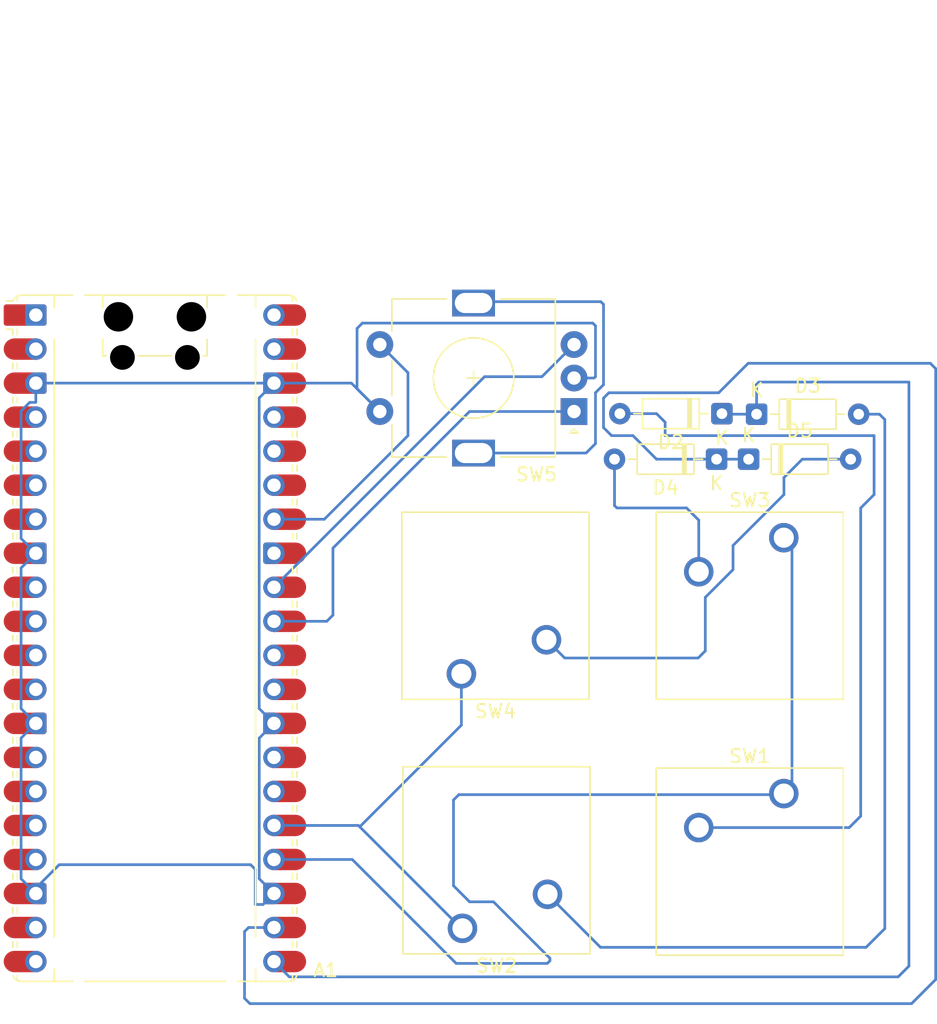
<source format=kicad_pcb>
(kicad_pcb (version 20241229) (generator "pcbnew") (generator_version "9.0")
  (title_block (title "enmerdeur") (comment 1 "chiant"))
  (layers (0 "F.Cu" signal) (2 "B.Cu" signal) (13 "F.Paste" user) (15 "B.Paste" user) (5 "F.SilkS" user "F.Silkscreen") (7 "B.SilkS" user "B.Silkscreen") (1 "F.Mask" user) (3 "B.Mask" user) (25 "Edge.Cuts" user))
  (net 0 "")
  (net 1 "Net-(A1-GPIO18)")
  (net 4 "Net-(A1-GPIO19)")
  (net 9 "Net-(A1-GND-Pad13)")
  (net 10 "Net-(A1-GPIO26_ADC0)")
  (net 11 "Net-(A1-GPIO17)")
  (net 17 "Net-(A1-GPIO16)")
  (net 33 "Net-(D2-A)")
  (net 34 "Net-(D3-A)")
  (net 35 "Net-(D4-A)")
  (net 36 "unconnected-(SW5-PadMP)")
  (net 37 "Net-(D5-A)")
  (net 38 "Net-(A1-GPIO27_ADC1)")
  (net 39 "Net-(A1-GPIO28_ADC2)")
  (footprint "Diode_THT:D_DO-35_SOD27_P7.62mm_Horizontal" (layer "F.Cu") (at 77.03 85)
    (property "Reference" "D3" (at 3.81 -2.12 0) (layer "F.SilkS"))
    (property "Value" "1N4148")
    (fp_line (start 1.04 0) (end 1.69 0) (stroke (width 0.12)) (layer "F.SilkS"))
    (fp_line (start 2.29 -1.12) (end 2.29 1.12) (stroke (width 0.12)) (layer "F.SilkS"))
    (fp_line (start 2.41 -1.12) (end 2.41 1.12) (stroke (width 0.12)) (layer "F.SilkS"))
    (fp_line (start 2.53 -1.12) (end 2.53 1.12) (stroke (width 0.12)) (layer "F.SilkS"))
    (fp_line (start 6.58 0) (end 5.93 0) (stroke (width 0.12)) (layer "F.SilkS"))
    (fp_rect (start 1.69 -1.12) (end 5.93 1.12) (stroke (width 0.12)) (fill no) (layer "F.SilkS"))
    (fp_text user "K" (at 0 -1.8 0) (layer "F.SilkS"))
    (pad "1" thru_hole roundrect (at 0 0) (size 1.6 1.6) (drill 0.8) (layers "*.Cu" "*.Mask") (roundrect_rratio 0.15625) (net 17 "Net-(A1-GPIO16)"))
    (pad "2" thru_hole circle (at 7.62 0) (size 1.6 1.6) (drill 0.8) (layers "*.Cu" "*.Mask") (net 34 "Net-(D3-A)"))
  )
  (footprint "Button_Switch_Keyboard:SW_Cherry_MX_1.00u_PCB" (layer "F.Cu") (at 55.07 123.38 180)
    (property "Reference" "SW2" (at -2.54 -2.794 0) (layer "F.SilkS"))
    (property "Value" "SW_Push_45deg")
    (fp_line (start 4.445 12.065) (end -9.525 12.065) (stroke (width 0.12)) (layer "F.SilkS"))
    (fp_line (start 4.445 -1.905) (end 4.445 12.065) (stroke (width 0.12)) (layer "F.SilkS"))
    (fp_line (start -9.525 12.065) (end -9.525 -1.905) (stroke (width 0.12)) (layer "F.SilkS"))
    (fp_line (start -9.525 -1.905) (end 4.445 -1.905) (stroke (width 0.12)) (layer "F.SilkS"))
    (pad "" np_thru_hole circle (at -7.62 5.08 180) (size 1.7 1.7) (drill 1.7) (layers "*.Cu" "*.Mask"))
    (pad "" np_thru_hole circle (at -2.54 5.08 180) (size 4 4) (drill 4) (layers "*.Cu" "*.Mask"))
    (pad "" np_thru_hole circle (at 2.54 5.08 180) (size 1.7 1.7) (drill 1.7) (layers "*.Cu" "*.Mask"))
    (pad "1" thru_hole circle (at 0 0 180) (size 2.2 2.2) (drill 1.5) (layers "*.Cu" "*.Mask") (net 4 "Net-(A1-GPIO19)"))
    (pad "2" thru_hole circle (at -6.35 2.54 180) (size 2.2 2.2) (drill 1.5) (layers "*.Cu" "*.Mask") (net 34 "Net-(D3-A)"))
  )
  (footprint "Module:RaspberryPi_Pico_Common_Unspecified" (layer "F.Cu") (at 32.11 101.73)
    (property "Reference" "A1" (at 11.7475 24.765 0) (layer "F.SilkS") (effects (justify left)))
    (property "Value" "RaspberryPi_Pico")
    (fp_line (start -10.61 -23.07) (end -11.09 -23.07) (stroke (width 0.12)) (layer "F.SilkS"))
    (fp_line (start -10.61 -23.07) (end -10.61 -22.65) (stroke (width 0.12)) (layer "F.SilkS"))
    (fp_line (start -10.61 -20.53) (end -10.61 -20.11) (stroke (width 0.12)) (layer "F.SilkS"))
    (fp_line (start -10.61 -17.99) (end -10.61 -17.57) (stroke (width 0.12)) (layer "F.SilkS"))
    (fp_line (start -10.61 -15.45) (end -10.61 -15.03) (stroke (width 0.12)) (layer "F.SilkS"))
    (fp_line (start -10.61 -12.91) (end -10.61 -12.49) (stroke (width 0.12)) (layer "F.SilkS"))
    (fp_line (start -10.61 -10.37) (end -10.61 -9.95) (stroke (width 0.12)) (layer "F.SilkS"))
    (fp_line (start -10.61 -7.83) (end -10.61 -7.41) (stroke (width 0.12)) (layer "F.SilkS"))
    (fp_line (start -10.61 -5.29) (end -10.61 -4.87) (stroke (width 0.12)) (layer "F.SilkS"))
    (fp_line (start -10.61 -2.75) (end -10.61 -2.33) (stroke (width 0.12)) (layer "F.SilkS"))
    (fp_line (start -10.61 -0.21) (end -10.61 0.21) (stroke (width 0.12)) (layer "F.SilkS"))
    (fp_line (start -10.61 2.33) (end -10.61 2.75) (stroke (width 0.12)) (layer "F.SilkS"))
    (fp_line (start -10.61 4.87) (end -10.61 5.29) (stroke (width 0.12)) (layer "F.SilkS"))
    (fp_line (start -10.61 7.41) (end -10.61 7.83) (stroke (width 0.12)) (layer "F.SilkS"))
    (fp_line (start -10.61 9.95) (end -10.61 10.37) (stroke (width 0.12)) (layer "F.SilkS"))
    (fp_line (start -10.61 12.49) (end -10.61 12.91) (stroke (width 0.12)) (layer "F.SilkS"))
    (fp_line (start -10.61 15.03) (end -10.61 15.45) (stroke (width 0.12)) (layer "F.SilkS"))
    (fp_line (start -10.61 17.57) (end -10.61 17.99) (stroke (width 0.12)) (layer "F.SilkS"))
    (fp_line (start -10.61 20.11) (end -10.61 20.53) (stroke (width 0.12)) (layer "F.SilkS"))
    (fp_line (start -10.61 22.65) (end -10.61 23.07) (stroke (width 0.12)) (layer "F.SilkS"))
    (fp_line (start -10.579676 -25.19) (end -11.09 -25.19) (stroke (width 0.12)) (layer "F.SilkS"))
    (fp_line (start -10.27 -25.189937) (end -10.27 -25.547) (stroke (width 0.12)) (layer "F.SilkS"))
    (fp_line (start -10.27 -23.07) (end -10.27 -22.65) (stroke (width 0.12)) (layer "F.SilkS"))
    (fp_line (start -10.27 -20.53) (end -10.27 -20.11) (stroke (width 0.12)) (layer "F.SilkS"))
    (fp_line (start -10.27 -17.99) (end -10.27 -17.57) (stroke (width 0.12)) (layer "F.SilkS"))
    (fp_line (start -10.27 -15.45) (end -10.27 -15.03) (stroke (width 0.12)) (layer "F.SilkS"))
    (fp_line (start -10.27 -12.91) (end -10.27 -12.49) (stroke (width 0.12)) (layer "F.SilkS"))
    (fp_line (start -10.27 -10.37) (end -10.27 -9.95) (stroke (width 0.12)) (layer "F.SilkS"))
    (fp_line (start -10.27 -7.83) (end -10.27 -7.41) (stroke (width 0.12)) (layer "F.SilkS"))
    (fp_line (start -10.27 -5.29) (end -10.27 -4.87) (stroke (width 0.12)) (layer "F.SilkS"))
    (fp_line (start -10.27 -2.75) (end -10.27 -2.33) (stroke (width 0.12)) (layer "F.SilkS"))
    (fp_line (start -10.27 -0.21) (end -10.27 0.21) (stroke (width 0.12)) (layer "F.SilkS"))
    (fp_line (start -10.27 2.33) (end -10.27 2.75) (stroke (width 0.12)) (layer "F.SilkS"))
    (fp_line (start -10.27 4.87) (end -10.27 5.29) (stroke (width 0.12)) (layer "F.SilkS"))
    (fp_line (start -10.27 7.41) (end -10.27 7.83) (stroke (width 0.12)) (layer "F.SilkS"))
    (fp_line (start -10.27 9.95) (end -10.27 10.37) (stroke (width 0.12)) (layer "F.SilkS"))
    (fp_line (start -10.27 12.49) (end -10.27 12.91) (stroke (width 0.12)) (layer "F.SilkS"))
    (fp_line (start -10.27 15.03) (end -10.27 15.45) (stroke (width 0.12)) (layer "F.SilkS"))
    (fp_line (start -10.27 17.57) (end -10.27 17.99) (stroke (width 0.12)) (layer "F.SilkS"))
    (fp_line (start -10.27 20.11) (end -10.27 20.53) (stroke (width 0.12)) (layer "F.SilkS"))
    (fp_line (start -10.27 22.65) (end -10.27 23.07) (stroke (width 0.12)) (layer "F.SilkS"))
    (fp_line (start -10.27 25.189937) (end -10.27 25.547) (stroke (width 0.12)) (layer "F.SilkS"))
    (fp_line (start -10 -25.61) (end -7.51 -25.61) (stroke (width 0.12)) (layer "F.SilkS"))
    (fp_line (start -10 25.61) (end -6.162061 25.61) (stroke (width 0.12)) (layer "F.SilkS"))
    (fp_line (start -7.51 -25.61) (end -7.51 -24.69648) (stroke (width 0.12)) (layer "F.SilkS"))
    (fp_line (start -7.51 -25.61) (end -6.16206 -25.61) (stroke (width 0.12)) (layer "F.SilkS"))
    (fp_line (start -7.51 -22.30352) (end -7.51 22.30352) (stroke (width 0.12)) (layer "F.SilkS"))
    (fp_line (start -7.51 24.69648) (end -7.51 25.61) (stroke (width 0.12)) (layer "F.SilkS"))
    (fp_line (start -5.237939 -25.61) (end -4.235 -25.61) (stroke (width 0.12)) (layer "F.SilkS"))
    (fp_line (start -4.235 -25.61) (end 4.235 -25.61) (stroke (width 0.12)) (layer "F.SilkS"))
    (fp_line (start -3.9 -25.61) (end -3.9 -24.694) (stroke (width 0.12)) (layer "F.SilkS"))
    (fp_line (start -3.9 -22.306) (end -3.9 -21.09) (stroke (width 0.12)) (layer "F.SilkS"))
    (fp_line (start -3.9 -21.09) (end -3.60391 -21.09) (stroke (width 0.12)) (layer "F.SilkS"))
    (fp_line (start -3.6 25.61) (end -5.237939 25.61) (stroke (width 0.12)) (layer "F.SilkS"))
    (fp_line (start -1.24609 -21.09) (end 1.24609 -21.09) (stroke (width 0.12)) (layer "F.SilkS"))
    (fp_line (start 3.6 25.61) (end -3.6 25.61) (stroke (width 0.12)) (layer "F.SilkS"))
    (fp_line (start 3.60391 -21.09) (end 3.9 -21.09) (stroke (width 0.12)) (layer "F.SilkS"))
    (fp_line (start 3.9 -25.61) (end 3.9 -24.694) (stroke (width 0.12)) (layer "F.SilkS"))
    (fp_line (start 3.9 -22.306) (end 3.9 -21.09) (stroke (width 0.12)) (layer "F.SilkS"))
    (fp_line (start 4.235 -25.61) (end 5.237939 -25.61) (stroke (width 0.12)) (layer "F.SilkS"))
    (fp_line (start 5.237939 25.61) (end 3.6 25.61) (stroke (width 0.12)) (layer "F.SilkS"))
    (fp_line (start 6.162061 -25.61) (end 7.51 -25.61) (stroke (width 0.12)) (layer "F.SilkS"))
    (fp_line (start 6.162061 25.61) (end 10 25.61) (stroke (width 0.12)) (layer "F.SilkS"))
    (fp_line (start 7.51 -25.61) (end 7.51 -24.69648) (stroke (width 0.12)) (layer "F.SilkS"))
    (fp_line (start 7.51 -22.30352) (end 7.51 22.30352) (stroke (width 0.12)) (layer "F.SilkS"))
    (fp_line (start 7.51 24.69648) (end 7.51 25.61) (stroke (width 0.12)) (layer "F.SilkS"))
    (fp_line (start 10 -25.61) (end 7.51 -25.61) (stroke (width 0.12)) (layer "F.SilkS"))
    (fp_line (start 10.27 -25.189937) (end 10.27 -25.547) (stroke (width 0.12)) (layer "F.SilkS"))
    (fp_line (start 10.27 -23.07) (end 10.27 -22.65) (stroke (width 0.12)) (layer "F.SilkS"))
    (fp_line (start 10.27 -20.53) (end 10.27 -20.11) (stroke (width 0.12)) (layer "F.SilkS"))
    (fp_line (start 10.27 -17.99) (end 10.27 -17.57) (stroke (width 0.12)) (layer "F.SilkS"))
    (fp_line (start 10.27 -15.45) (end 10.27 -15.03) (stroke (width 0.12)) (layer "F.SilkS"))
    (fp_line (start 10.27 -12.91) (end 10.27 -12.49) (stroke (width 0.12)) (layer "F.SilkS"))
    (fp_line (start 10.27 -10.37) (end 10.27 -9.95) (stroke (width 0.12)) (layer "F.SilkS"))
    (fp_line (start 10.27 -7.83) (end 10.27 -7.41) (stroke (width 0.12)) (layer "F.SilkS"))
    (fp_line (start 10.27 -5.29) (end 10.27 -4.87) (stroke (width 0.12)) (layer "F.SilkS"))
    (fp_line (start 10.27 -2.75) (end 10.27 -2.33) (stroke (width 0.12)) (layer "F.SilkS"))
    (fp_line (start 10.27 -0.21) (end 10.27 0.21) (stroke (width 0.12)) (layer "F.SilkS"))
    (fp_line (start 10.27 2.33) (end 10.27 2.75) (stroke (width 0.12)) (layer "F.SilkS"))
    (fp_line (start 10.27 4.87) (end 10.27 5.29) (stroke (width 0.12)) (layer "F.SilkS"))
    (fp_line (start 10.27 7.41) (end 10.27 7.83) (stroke (width 0.12)) (layer "F.SilkS"))
    (fp_line (start 10.27 9.95) (end 10.27 10.37) (stroke (width 0.12)) (layer "F.SilkS"))
    (fp_line (start 10.27 12.49) (end 10.27 12.91) (stroke (width 0.12)) (layer "F.SilkS"))
    (fp_line (start 10.27 15.03) (end 10.27 15.45) (stroke (width 0.12)) (layer "F.SilkS"))
    (fp_line (start 10.27 17.57) (end 10.27 17.99) (stroke (width 0.12)) (layer "F.SilkS"))
    (fp_line (start 10.27 20.11) (end 10.27 20.53) (stroke (width 0.12)) (layer "F.SilkS"))
    (fp_line (start 10.27 22.65) (end 10.27 23.07) (stroke (width 0.12)) (layer "F.SilkS"))
    (fp_line (start 10.27 25.189937) (end 10.27 25.547) (stroke (width 0.12)) (layer "F.SilkS"))
    (fp_line (start 10.61 -23.07) (end 10.61 -22.65) (stroke (width 0.12)) (layer "F.SilkS"))
    (fp_line (start 10.61 -20.53) (end 10.61 -20.11) (stroke (width 0.12)) (layer "F.SilkS"))
    (fp_line (start 10.61 -17.99) (end 10.61 -17.57) (stroke (width 0.12)) (layer "F.SilkS"))
    (fp_line (start 10.61 -15.45) (end 10.61 -15.03) (stroke (width 0.12)) (layer "F.SilkS"))
    (fp_line (start 10.61 -12.91) (end 10.61 -12.49) (stroke (width 0.12)) (layer "F.SilkS"))
    (fp_line (start 10.61 -10.37) (end 10.61 -9.95) (stroke (width 0.12)) (layer "F.SilkS"))
    (fp_line (start 10.61 -7.83) (end 10.61 -7.41) (stroke (width 0.12)) (layer "F.SilkS"))
    (fp_line (start 10.61 -5.29) (end 10.61 -4.87) (stroke (width 0.12)) (layer "F.SilkS"))
    (fp_line (start 10.61 -2.75) (end 10.61 -2.33) (stroke (width 0.12)) (layer "F.SilkS"))
    (fp_line (start 10.61 -0.21) (end 10.61 0.21) (stroke (width 0.12)) (layer "F.SilkS"))
    (fp_line (start 10.61 2.33) (end 10.61 2.75) (stroke (width 0.12)) (layer "F.SilkS"))
    (fp_line (start 10.61 4.87) (end 10.61 5.29) (stroke (width 0.12)) (layer "F.SilkS"))
    (fp_line (start 10.61 7.41) (end 10.61 7.83) (stroke (width 0.12)) (layer "F.SilkS"))
    (fp_line (start 10.61 9.95) (end 10.61 10.37) (stroke (width 0.12)) (layer "F.SilkS"))
    (fp_line (start 10.61 12.49) (end 10.61 12.91) (stroke (width 0.12)) (layer "F.SilkS"))
    (fp_line (start 10.61 15.03) (end 10.61 15.45) (stroke (width 0.12)) (layer "F.SilkS"))
    (fp_line (start 10.61 17.57) (end 10.61 17.99) (stroke (width 0.12)) (layer "F.SilkS"))
    (fp_line (start 10.61 20.11) (end 10.61 20.53) (stroke (width 0.12)) (layer "F.SilkS"))
    (fp_line (start 10.61 22.65) (end 10.61 23.07) (stroke (width 0.12)) (layer "F.SilkS"))
    (fp_arc (start -10.579676 -25.19) (mid -10.357938 -25.493944) (end -10 -25.61) (stroke (width 0.12)) (layer "F.SilkS"))
    (fp_arc (start -10 25.61) (mid -10.357937 25.493944) (end -10.579676 25.189937) (stroke (width 0.12)) (layer "F.SilkS"))
    (fp_arc (start 10 -25.61) (mid 10.357937 -25.493944) (end 10.579676 -25.189937) (stroke (width 0.12)) (layer "F.SilkS"))
    (fp_arc (start 10.579676 25.189937) (mid 10.357946 25.493957) (end 10 25.61) (stroke (width 0.12)) (layer "F.SilkS"))
    (pad "" np_thru_hole circle (at -2.725 -24) (size 2.2 2.2) (drill 2.2) (layers "*.Mask"))
    (pad "" np_thru_hole circle (at -2.425 -20.97) (size 1.85 1.85) (drill 1.85) (layers "*.Mask"))
    (pad "" np_thru_hole circle (at 2.425 -20.97) (size 1.85 1.85) (drill 1.85) (layers "*.Mask"))
    (pad "" np_thru_hole circle (at 2.725 -24) (size 2.2 2.2) (drill 2.2) (layers "*.Mask"))
    (pad "1" smd custom (at -9.69 -24.13) (size 1.6 0.8) (layers "F.Cu" "F.Mask") (options (clearance outline) (anchor rect)) (primitives (gr_circle (center 0.8 0) (end 1.6 0) (width 0) (fill yes)) (gr_poly (pts (xy -1.6 -0.6) (xy -1.6 0.6) (xy -1.4 0.8) (xy 0.8 0.8) (xy 0.8 -0.8) (xy -1.4 -0.8)) (width 0) (fill yes)) (gr_circle (center -1.4 -0.6) (end -1.2 -0.6) (width 0) (fill yes)) (gr_circle (center -1.4 0.6) (end -1.2 0.6) (width 0) (fill yes))))
    (pad "1" thru_hole roundrect (at -8.89 -24.13) (size 1.6 1.6) (drill 1) (layers "*.Cu" "*.Mask") (roundrect_rratio 0.125))
    (pad "2" smd roundrect (at -9.69 -21.59) (size 3.2 1.6) (layers "F.Cu" "F.Mask") (roundrect_rratio 0.5))
    (pad "2" thru_hole circle (at -8.89 -21.59) (size 1.6 1.6) (drill 1) (layers "*.Cu" "*.Mask"))
    (pad "3" smd custom (at -9.69 -19.05) (size 1.6 0.8) (layers "F.Cu" "F.Mask") (net 9 "Net-(A1-GND-Pad13)") (options (clearance outline) (anchor rect)) (primitives (gr_circle (center -0.8 0) (end 0 0) (width 0) (fill yes)) (gr_poly (pts (xy 1.6 -0.6) (xy 1.6 0.6) (xy 1.4 0.8) (xy -0.8 0.8) (xy -0.8 -0.8) (xy 1.4 -0.8)) (width 0) (fill yes)) (gr_circle (center 1.4 -0.6) (end 1.6 -0.6) (width 0) (fill yes)) (gr_circle (center 1.4 0.6) (end 1.6 0.6) (width 0) (fill yes))))
    (pad "3" thru_hole custom (at -8.89 -19.05) (size 1.6 1.6) (drill 1) (layers "*.Cu" "*.Mask") (net 9 "Net-(A1-GND-Pad13)") (options (clearance outline) (anchor circle)) (primitives (gr_poly (pts (xy 0.8 0.6) (xy 0.8 -0.6) (xy 0.6 -0.8) (xy 0 -0.8) (xy 0 0.8) (xy 0.6 0.8)) (width 0) (fill yes)) (gr_circle (center 0.6 0.6) (end 0.8 0.6) (width 0) (fill yes)) (gr_circle (center 0.6 -0.6) (end 0.8 -0.6) (width 0) (fill yes))))
    (pad "4" smd roundrect (at -9.69 -16.51) (size 3.2 1.6) (layers "F.Cu" "F.Mask") (roundrect_rratio 0.5))
    (pad "4" thru_hole circle (at -8.89 -16.51) (size 1.6 1.6) (drill 1) (layers "*.Cu" "*.Mask"))
    (pad "5" smd roundrect (at -9.69 -13.97) (size 3.2 1.6) (layers "F.Cu" "F.Mask") (roundrect_rratio 0.5))
    (pad "5" thru_hole circle (at -8.89 -13.97) (size 1.6 1.6) (drill 1) (layers "*.Cu" "*.Mask"))
    (pad "6" smd roundrect (at -9.69 -11.43) (size 3.2 1.6) (layers "F.Cu" "F.Mask") (roundrect_rratio 0.5))
    (pad "6" thru_hole circle (at -8.89 -11.43) (size 1.6 1.6) (drill 1) (layers "*.Cu" "*.Mask"))
    (pad "7" smd roundrect (at -9.69 -8.89) (size 3.2 1.6) (layers "F.Cu" "F.Mask") (roundrect_rratio 0.5))
    (pad "7" thru_hole circle (at -8.89 -8.89) (size 1.6 1.6) (drill 1) (layers "*.Cu" "*.Mask"))
    (pad "8" smd custom (at -9.69 -6.35) (size 1.6 0.8) (layers "F.Cu" "F.Mask") (net 9 "Net-(A1-GND-Pad13)") (options (clearance outline) (anchor rect)) (primitives (gr_circle (center -0.8 0) (end 0 0) (width 0) (fill yes)) (gr_poly (pts (xy 1.6 -0.6) (xy 1.6 0.6) (xy 1.4 0.8) (xy -0.8 0.8) (xy -0.8 -0.8) (xy 1.4 -0.8)) (width 0) (fill yes)) (gr_circle (center 1.4 -0.6) (end 1.6 -0.6) (width 0) (fill yes)) (gr_circle (center 1.4 0.6) (end 1.6 0.6) (width 0) (fill yes))))
    (pad "8" thru_hole custom (at -8.89 -6.35) (size 1.6 1.6) (drill 1) (layers "*.Cu" "*.Mask") (net 9 "Net-(A1-GND-Pad13)") (options (clearance outline) (anchor circle)) (primitives (gr_poly (pts (xy 0.8 0.6) (xy 0.8 -0.6) (xy 0.6 -0.8) (xy 0 -0.8) (xy 0 0.8) (xy 0.6 0.8)) (width 0) (fill yes)) (gr_circle (center 0.6 0.6) (end 0.8 0.6) (width 0) (fill yes)) (gr_circle (center 0.6 -0.6) (end 0.8 -0.6) (width 0) (fill yes))))
    (pad "9" smd roundrect (at -9.69 -3.81) (size 3.2 1.6) (layers "F.Cu" "F.Mask") (roundrect_rratio 0.5))
    (pad "9" thru_hole circle (at -8.89 -3.81) (size 1.6 1.6) (drill 1) (layers "*.Cu" "*.Mask"))
    (pad "10" smd roundrect (at -9.69 -1.27) (size 3.2 1.6) (layers "F.Cu" "F.Mask") (roundrect_rratio 0.5))
    (pad "10" thru_hole circle (at -8.89 -1.27) (size 1.6 1.6) (drill 1) (layers "*.Cu" "*.Mask"))
    (pad "11" smd roundrect (at -9.69 1.27) (size 3.2 1.6) (layers "F.Cu" "F.Mask") (roundrect_rratio 0.5))
    (pad "11" thru_hole circle (at -8.89 1.27) (size 1.6 1.6) (drill 1) (layers "*.Cu" "*.Mask"))
    (pad "12" smd roundrect (at -9.69 3.81) (size 3.2 1.6) (layers "F.Cu" "F.Mask") (roundrect_rratio 0.5))
    (pad "12" thru_hole circle (at -8.89 3.81) (size 1.6 1.6) (drill 1) (layers "*.Cu" "*.Mask"))
    (pad "13" smd custom (at -9.69 6.35) (size 1.6 0.8) (layers "F.Cu" "F.Mask") (net 9 "Net-(A1-GND-Pad13)") (options (clearance outline) (anchor rect)) (primitives (gr_circle (center -0.8 0) (end 0 0) (width 0) (fill yes)) (gr_poly (pts (xy 1.6 -0.6) (xy 1.6 0.6) (xy 1.4 0.8) (xy -0.8 0.8) (xy -0.8 -0.8) (xy 1.4 -0.8)) (width 0) (fill yes)) (gr_circle (center 1.4 -0.6) (end 1.6 -0.6) (width 0) (fill yes)) (gr_circle (center 1.4 0.6) (end 1.6 0.6) (width 0) (fill yes))))
    (pad "13" thru_hole custom (at -8.89 6.35) (size 1.6 1.6) (drill 1) (layers "*.Cu" "*.Mask") (net 9 "Net-(A1-GND-Pad13)") (options (clearance outline) (anchor circle)) (primitives (gr_poly (pts (xy 0.8 0.6) (xy 0.8 -0.6) (xy 0.6 -0.8) (xy 0 -0.8) (xy 0 0.8) (xy 0.6 0.8)) (width 0) (fill yes)) (gr_circle (center 0.6 0.6) (end 0.8 0.6) (width 0) (fill yes)) (gr_circle (center 0.6 -0.6) (end 0.8 -0.6) (width 0) (fill yes))))
    (pad "14" smd roundrect (at -9.69 8.89) (size 3.2 1.6) (layers "F.Cu" "F.Mask") (roundrect_rratio 0.5))
    (pad "14" thru_hole circle (at -8.89 8.89) (size 1.6 1.6) (drill 1) (layers "*.Cu" "*.Mask"))
    (pad "15" smd roundrect (at -9.69 11.43) (size 3.2 1.6) (layers "F.Cu" "F.Mask") (roundrect_rratio 0.5))
    (pad "15" thru_hole circle (at -8.89 11.43) (size 1.6 1.6) (drill 1) (layers "*.Cu" "*.Mask"))
    (pad "16" smd roundrect (at -9.69 13.97) (size 3.2 1.6) (layers "F.Cu" "F.Mask") (roundrect_rratio 0.5))
    (pad "16" thru_hole circle (at -8.89 13.97) (size 1.6 1.6) (drill 1) (layers "*.Cu" "*.Mask"))
    (pad "17" smd roundrect (at -9.69 16.51) (size 3.2 1.6) (layers "F.Cu" "F.Mask") (roundrect_rratio 0.5))
    (pad "17" thru_hole circle (at -8.89 16.51) (size 1.6 1.6) (drill 1) (layers "*.Cu" "*.Mask"))
    (pad "18" smd custom (at -9.69 19.05) (size 1.6 0.8) (layers "F.Cu" "F.Mask") (net 9 "Net-(A1-GND-Pad13)") (options (clearance outline) (anchor rect)) (primitives (gr_circle (center -0.8 0) (end 0 0) (width 0) (fill yes)) (gr_poly (pts (xy 1.6 -0.6) (xy 1.6 0.6) (xy 1.4 0.8) (xy -0.8 0.8) (xy -0.8 -0.8) (xy 1.4 -0.8)) (width 0) (fill yes)) (gr_circle (center 1.4 -0.6) (end 1.6 -0.6) (width 0) (fill yes)) (gr_circle (center 1.4 0.6) (end 1.6 0.6) (width 0) (fill yes))))
    (pad "18" thru_hole custom (at -8.89 19.05) (size 1.6 1.6) (drill 1) (layers "*.Cu" "*.Mask") (net 9 "Net-(A1-GND-Pad13)") (options (clearance outline) (anchor circle)) (primitives (gr_poly (pts (xy 0.8 0.6) (xy 0.8 -0.6) (xy 0.6 -0.8) (xy 0 -0.8) (xy 0 0.8) (xy 0.6 0.8)) (width 0) (fill yes)) (gr_circle (center 0.6 0.6) (end 0.8 0.6) (width 0) (fill yes)) (gr_circle (center 0.6 -0.6) (end 0.8 -0.6) (width 0) (fill yes))))
    (pad "19" smd roundrect (at -9.69 21.59) (size 3.2 1.6) (layers "F.Cu" "F.Mask") (roundrect_rratio 0.5))
    (pad "19" thru_hole circle (at -8.89 21.59) (size 1.6 1.6) (drill 1) (layers "*.Cu" "*.Mask"))
    (pad "20" smd roundrect (at -9.69 24.13) (size 3.2 1.6) (layers "F.Cu" "F.Mask") (roundrect_rratio 0.5))
    (pad "20" thru_hole circle (at -8.89 24.13) (size 1.6 1.6) (drill 1) (layers "*.Cu" "*.Mask"))
    (pad "21" thru_hole circle (at 8.89 24.13) (size 1.6 1.6) (drill 1) (layers "*.Cu" "*.Mask") (net 17 "Net-(A1-GPIO16)"))
    (pad "21" smd roundrect (at 9.69 24.13) (size 3.2 1.6) (layers "F.Cu" "F.Mask") (roundrect_rratio 0.5) (net 17 "Net-(A1-GPIO16)"))
    (pad "22" thru_hole circle (at 8.89 21.59) (size 1.6 1.6) (drill 1) (layers "*.Cu" "*.Mask") (net 11 "Net-(A1-GPIO17)"))
    (pad "22" smd roundrect (at 9.69 21.59) (size 3.2 1.6) (layers "F.Cu" "F.Mask") (roundrect_rratio 0.5) (net 11 "Net-(A1-GPIO17)"))
    (pad "23" thru_hole custom (at 8.89 19.05) (size 1.6 1.6) (drill 1) (layers "*.Cu" "*.Mask") (net 9 "Net-(A1-GND-Pad13)") (options (clearance outline) (anchor circle)) (primitives (gr_poly (pts (xy -0.8 0.6) (xy -0.8 -0.6) (xy -0.6 -0.8) (xy 0 -0.8) (xy 0 0.8) (xy -0.6 0.8)) (width 0) (fill yes)) (gr_circle (center -0.6 0.6) (end -0.4 0.6) (width 0) (fill yes)) (gr_circle (center -0.6 -0.6) (end -0.4 -0.6) (width 0) (fill yes))))
    (pad "23" smd custom (at 9.69 19.05) (size 1.6 0.8) (layers "F.Cu" "F.Mask") (net 9 "Net-(A1-GND-Pad13)") (options (clearance outline) (anchor rect)) (primitives (gr_circle (center 0.8 0) (end 1.6 0) (width 0) (fill yes)) (gr_poly (pts (xy -1.6 -0.6) (xy -1.6 0.6) (xy -1.4 0.8) (xy 0.8 0.8) (xy 0.8 -0.8) (xy -1.4 -0.8)) (width 0) (fill yes)) (gr_circle (center -1.4 -0.6) (end -1.2 -0.6) (width 0) (fill yes)) (gr_circle (center -1.4 0.6) (end -1.2 0.6) (width 0) (fill yes))))
    (pad "24" thru_hole circle (at 8.89 16.51) (size 1.6 1.6) (drill 1) (layers "*.Cu" "*.Mask") (net 1 "Net-(A1-GPIO18)"))
    (pad "24" smd roundrect (at 9.69 16.51) (size 3.2 1.6) (layers "F.Cu" "F.Mask") (roundrect_rratio 0.5) (net 1 "Net-(A1-GPIO18)"))
    (pad "25" thru_hole circle (at 8.89 13.97) (size 1.6 1.6) (drill 1) (layers "*.Cu" "*.Mask") (net 4 "Net-(A1-GPIO19)"))
    (pad "25" smd roundrect (at 9.69 13.97) (size 3.2 1.6) (layers "F.Cu" "F.Mask") (roundrect_rratio 0.5) (net 4 "Net-(A1-GPIO19)"))
    (pad "26" thru_hole circle (at 8.89 11.43) (size 1.6 1.6) (drill 1) (layers "*.Cu" "*.Mask"))
    (pad "26" smd roundrect (at 9.69 11.43) (size 3.2 1.6) (layers "F.Cu" "F.Mask") (roundrect_rratio 0.5))
    (pad "27" thru_hole circle (at 8.89 8.89) (size 1.6 1.6) (drill 1) (layers "*.Cu" "*.Mask"))
    (pad "27" smd roundrect (at 9.69 8.89) (size 3.2 1.6) (layers "F.Cu" "F.Mask") (roundrect_rratio 0.5))
    (pad "28" thru_hole custom (at 8.89 6.35) (size 1.6 1.6) (drill 1) (layers "*.Cu" "*.Mask") (net 9 "Net-(A1-GND-Pad13)") (options (clearance outline) (anchor circle)) (primitives (gr_poly (pts (xy -0.8 0.6) (xy -0.8 -0.6) (xy -0.6 -0.8) (xy 0 -0.8) (xy 0 0.8) (xy -0.6 0.8)) (width 0) (fill yes)) (gr_circle (center -0.6 0.6) (end -0.4 0.6) (width 0) (fill yes)) (gr_circle (center -0.6 -0.6) (end -0.4 -0.6) (width 0) (fill yes))))
    (pad "28" smd custom (at 9.69 6.35) (size 1.6 0.8) (layers "F.Cu" "F.Mask") (net 9 "Net-(A1-GND-Pad13)") (options (clearance outline) (anchor rect)) (primitives (gr_circle (center 0.8 0) (end 1.6 0) (width 0) (fill yes)) (gr_poly (pts (xy -1.6 -0.6) (xy -1.6 0.6) (xy -1.4 0.8) (xy 0.8 0.8) (xy 0.8 -0.8) (xy -1.4 -0.8)) (width 0) (fill yes)) (gr_circle (center -1.4 -0.6) (end -1.2 -0.6) (width 0) (fill yes)) (gr_circle (center -1.4 0.6) (end -1.2 0.6) (width 0) (fill yes))))
    (pad "29" thru_hole circle (at 8.89 3.81) (size 1.6 1.6) (drill 1) (layers "*.Cu" "*.Mask"))
    (pad "29" smd roundrect (at 9.69 3.81) (size 3.2 1.6) (layers "F.Cu" "F.Mask") (roundrect_rratio 0.5))
    (pad "30" thru_hole circle (at 8.89 1.27) (size 1.6 1.6) (drill 1) (layers "*.Cu" "*.Mask"))
    (pad "30" smd roundrect (at 9.69 1.27) (size 3.2 1.6) (layers "F.Cu" "F.Mask") (roundrect_rratio 0.5))
    (pad "31" thru_hole circle (at 8.89 -1.27) (size 1.6 1.6) (drill 1) (layers "*.Cu" "*.Mask") (net 10 "Net-(A1-GPIO26_ADC0)"))
    (pad "31" smd roundrect (at 9.69 -1.27) (size 3.2 1.6) (layers "F.Cu" "F.Mask") (roundrect_rratio 0.5) (net 10 "Net-(A1-GPIO26_ADC0)"))
    (pad "32" thru_hole circle (at 8.89 -3.81) (size 1.6 1.6) (drill 1) (layers "*.Cu" "*.Mask") (net 38 "Net-(A1-GPIO27_ADC1)"))
    (pad "32" smd roundrect (at 9.69 -3.81) (size 3.2 1.6) (layers "F.Cu" "F.Mask") (roundrect_rratio 0.5) (net 38 "Net-(A1-GPIO27_ADC1)"))
    (pad "33" thru_hole custom (at 8.89 -6.35) (size 1.6 1.6) (drill 1) (layers "*.Cu" "*.Mask") (options (clearance outline) (anchor circle)) (primitives (gr_poly (pts (xy -0.8 0.6) (xy -0.8 -0.6) (xy -0.6 -0.8) (xy 0 -0.8) (xy 0 0.8) (xy -0.6 0.8)) (width 0) (fill yes)) (gr_circle (center -0.6 0.6) (end -0.4 0.6) (width 0) (fill yes)) (gr_circle (center -0.6 -0.6) (end -0.4 -0.6) (width 0) (fill yes))))
    (pad "33" smd custom (at 9.69 -6.35) (size 1.6 0.8) (layers "F.Cu" "F.Mask") (options (clearance outline) (anchor rect)) (primitives (gr_circle (center 0.8 0) (end 1.6 0) (width 0) (fill yes)) (gr_poly (pts (xy -1.6 -0.6) (xy -1.6 0.6) (xy -1.4 0.8) (xy 0.8 0.8) (xy 0.8 -0.8) (xy -1.4 -0.8)) (width 0) (fill yes)) (gr_circle (center -1.4 -0.6) (end -1.2 -0.6) (width 0) (fill yes)) (gr_circle (center -1.4 0.6) (end -1.2 0.6) (width 0) (fill yes))))
    (pad "34" thru_hole circle (at 8.89 -8.89) (size 1.6 1.6) (drill 1) (layers "*.Cu" "*.Mask") (net 39 "Net-(A1-GPIO28_ADC2)"))
    (pad "34" smd roundrect (at 9.69 -8.89) (size 3.2 1.6) (layers "F.Cu" "F.Mask") (roundrect_rratio 0.5) (net 39 "Net-(A1-GPIO28_ADC2)"))
    (pad "35" thru_hole circle (at 8.89 -11.43) (size 1.6 1.6) (drill 1) (layers "*.Cu" "*.Mask"))
    (pad "35" smd roundrect (at 9.69 -11.43) (size 3.2 1.6) (layers "F.Cu" "F.Mask") (roundrect_rratio 0.5))
    (pad "36" thru_hole circle (at 8.89 -13.97) (size 1.6 1.6) (drill 1) (layers "*.Cu" "*.Mask"))
    (pad "36" smd roundrect (at 9.69 -13.97) (size 3.2 1.6) (layers "F.Cu" "F.Mask") (roundrect_rratio 0.5))
    (pad "37" thru_hole circle (at 8.89 -16.51) (size 1.6 1.6) (drill 1) (layers "*.Cu" "*.Mask"))
    (pad "37" smd roundrect (at 9.69 -16.51) (size 3.2 1.6) (layers "F.Cu" "F.Mask") (roundrect_rratio 0.5))
    (pad "38" thru_hole custom (at 8.89 -19.05) (size 1.6 1.6) (drill 1) (layers "*.Cu" "*.Mask") (net 9 "Net-(A1-GND-Pad13)") (options (clearance outline) (anchor circle)) (primitives (gr_poly (pts (xy -0.8 0.6) (xy -0.8 -0.6) (xy -0.6 -0.8) (xy 0 -0.8) (xy 0 0.8) (xy -0.6 0.8)) (width 0) (fill yes)) (gr_circle (center -0.6 0.6) (end -0.4 0.6) (width 0) (fill yes)) (gr_circle (center -0.6 -0.6) (end -0.4 -0.6) (width 0) (fill yes))))
    (pad "38" smd custom (at 9.69 -19.05) (size 1.6 0.8) (layers "F.Cu" "F.Mask") (net 9 "Net-(A1-GND-Pad13)") (options (clearance outline) (anchor rect)) (primitives (gr_circle (center 0.8 0) (end 1.6 0) (width 0) (fill yes)) (gr_poly (pts (xy -1.6 -0.6) (xy -1.6 0.6) (xy -1.4 0.8) (xy 0.8 0.8) (xy 0.8 -0.8) (xy -1.4 -0.8)) (width 0) (fill yes)) (gr_circle (center -1.4 -0.6) (end -1.2 -0.6) (width 0) (fill yes)) (gr_circle (center -1.4 0.6) (end -1.2 0.6) (width 0) (fill yes))))
    (pad "39" thru_hole circle (at 8.89 -21.59) (size 1.6 1.6) (drill 1) (layers "*.Cu" "*.Mask"))
    (pad "39" smd roundrect (at 9.69 -21.59) (size 3.2 1.6) (layers "F.Cu" "F.Mask") (roundrect_rratio 0.5))
    (pad "40" thru_hole circle (at 8.89 -24.13) (size 1.6 1.6) (drill 1) (layers "*.Cu" "*.Mask"))
    (pad "40" smd roundrect (at 9.69 -24.13) (size 3.2 1.6) (layers "F.Cu" "F.Mask") (roundrect_rratio 0.5))
  )
  (footprint "Rotary_Encoder:RotaryEncoder_Alps_EC11E-Switch_Vertical_H20mm" (layer "F.Cu") (at 63.4 84.8 180)
    (property "Reference" "SW5" (at 2.8 -4.7 0) (layer "F.SilkS"))
    (property "Value" "RotaryEncoder_Switch_MP")
    (fp_line (start 13.6 8.4) (end 9.5 8.4) (stroke (width 0.12)) (layer "F.SilkS"))
    (fp_line (start 13.6 6) (end 13.6 8.4) (stroke (width 0.12)) (layer "F.SilkS"))
    (fp_line (start 13.6 1.2) (end 13.6 3.8) (stroke (width 0.12)) (layer "F.SilkS"))
    (fp_line (start 13.6 -3.4) (end 13.6 -1) (stroke (width 0.12)) (layer "F.SilkS"))
    (fp_line (start 9.5 -3.4) (end 13.6 -3.4) (stroke (width 0.12)) (layer "F.SilkS"))
    (fp_line (start 7.5 2) (end 7.5 3) (stroke (width 0.12)) (layer "F.SilkS"))
    (fp_line (start 7 2.5) (end 8 2.5) (stroke (width 0.12)) (layer "F.SilkS"))
    (fp_line (start 5.5 8.4) (end 1.4 8.4) (stroke (width 0.12)) (layer "F.SilkS"))
    (fp_line (start 5.5 -3.4) (end 1.4 -3.4) (stroke (width 0.12)) (layer "F.SilkS"))
    (fp_line (start 1.4 -3.4) (end 1.4 8.4) (stroke (width 0.12)) (layer "F.SilkS"))
    (fp_line (start 0.3 -1.6) (end 0 -1.3) (stroke (width 0.12)) (layer "F.SilkS"))
    (fp_line (start 0 -1.3) (end -0.3 -1.6) (stroke (width 0.12)) (layer "F.SilkS"))
    (fp_line (start -0.3 -1.6) (end 0.3 -1.6) (stroke (width 0.12)) (layer "F.SilkS"))
    (fp_circle (center 7.5 2.5) (end 10.5 2.5) (stroke (width 0.12)) (fill no) (layer "F.SilkS"))
    (pad "A" thru_hole rect (at 0 0 180) (size 2 2) (drill 1) (layers "*.Cu" "*.Mask") (net 10 "Net-(A1-GPIO26_ADC0)"))
    (pad "B" thru_hole circle (at 0 5 180) (size 2 2) (drill 1) (layers "*.Cu" "*.Mask") (net 38 "Net-(A1-GPIO27_ADC1)"))
    (pad "C" thru_hole circle (at 0 2.5 180) (size 2 2) (drill 1) (layers "*.Cu" "*.Mask") (net 9 "Net-(A1-GND-Pad13)"))
    (pad "MP" thru_hole rect (at 7.5 -3.1 180) (size 3.2 2) (drill oval 2.8 1.5) (layers "*.Cu" "*.Mask") (net 36 "unconnected-(SW5-PadMP)"))
    (pad "MP" thru_hole rect (at 7.5 8.1 180) (size 3.2 2) (drill oval 2.8 1.5) (layers "*.Cu" "*.Mask") (net 36 "unconnected-(SW5-PadMP)"))
    (pad "S1" thru_hole circle (at 14.5 5 180) (size 2 2) (drill 1) (layers "*.Cu" "*.Mask") (net 39 "Net-(A1-GPIO28_ADC2)"))
    (pad "S2" thru_hole circle (at 14.5 0 180) (size 2 2) (drill 1) (layers "*.Cu" "*.Mask") (net 9 "Net-(A1-GND-Pad13)"))
  )
  (footprint "Diode_THT:D_DO-35_SOD27_P7.62mm_Horizontal" (layer "F.Cu") (at 76.43 88.36)
    (property "Reference" "D5" (at 3.81 -2.12 0) (layer "F.SilkS"))
    (property "Value" "1N4148")
    (fp_line (start 1.04 0) (end 1.69 0) (stroke (width 0.12)) (layer "F.SilkS"))
    (fp_line (start 2.29 -1.12) (end 2.29 1.12) (stroke (width 0.12)) (layer "F.SilkS"))
    (fp_line (start 2.41 -1.12) (end 2.41 1.12) (stroke (width 0.12)) (layer "F.SilkS"))
    (fp_line (start 2.53 -1.12) (end 2.53 1.12) (stroke (width 0.12)) (layer "F.SilkS"))
    (fp_line (start 6.58 0) (end 5.93 0) (stroke (width 0.12)) (layer "F.SilkS"))
    (fp_rect (start 1.69 -1.12) (end 5.93 1.12) (stroke (width 0.12)) (fill no) (layer "F.SilkS"))
    (fp_text user "K" (at 0 -1.8 0) (layer "F.SilkS"))
    (pad "1" thru_hole roundrect (at 0 0) (size 1.6 1.6) (drill 0.8) (layers "*.Cu" "*.Mask") (roundrect_rratio 0.15625) (net 11 "Net-(A1-GPIO17)"))
    (pad "2" thru_hole circle (at 7.62 0) (size 1.6 1.6) (drill 0.8) (layers "*.Cu" "*.Mask") (net 37 "Net-(D5-A)"))
  )
  (footprint "Button_Switch_Keyboard:SW_Cherry_MX_1.00u_PCB" (layer "F.Cu") (at 54.99 104.38 180)
    (property "Reference" "SW4" (at -2.54 -2.794 0) (layer "F.SilkS"))
    (property "Value" "SW_Push_45deg")
    (fp_line (start 4.445 12.065) (end -9.525 12.065) (stroke (width 0.12)) (layer "F.SilkS"))
    (fp_line (start 4.445 -1.905) (end 4.445 12.065) (stroke (width 0.12)) (layer "F.SilkS"))
    (fp_line (start -9.525 12.065) (end -9.525 -1.905) (stroke (width 0.12)) (layer "F.SilkS"))
    (fp_line (start -9.525 -1.905) (end 4.445 -1.905) (stroke (width 0.12)) (layer "F.SilkS"))
    (pad "" np_thru_hole circle (at -7.62 5.08 180) (size 1.7 1.7) (drill 1.7) (layers "*.Cu" "*.Mask"))
    (pad "" np_thru_hole circle (at -2.54 5.08 180) (size 4 4) (drill 4) (layers "*.Cu" "*.Mask"))
    (pad "" np_thru_hole circle (at 2.54 5.08 180) (size 1.7 1.7) (drill 1.7) (layers "*.Cu" "*.Mask"))
    (pad "1" thru_hole circle (at 0 0 180) (size 2.2 2.2) (drill 1.5) (layers "*.Cu" "*.Mask") (net 4 "Net-(A1-GPIO19)"))
    (pad "2" thru_hole circle (at -6.35 2.54 180) (size 2.2 2.2) (drill 1.5) (layers "*.Cu" "*.Mask") (net 37 "Net-(D5-A)"))
  )
  (footprint "Button_Switch_Keyboard:SW_Cherry_MX_1.00u_PCB" (layer "F.Cu") (at 79.06 94.22)
    (property "Reference" "SW3" (at -2.54 -2.794 0) (layer "F.SilkS"))
    (property "Value" "SW_Push_45deg")
    (fp_line (start -9.525 -1.905) (end 4.445 -1.905) (stroke (width 0.12)) (layer "F.SilkS"))
    (fp_line (start -9.525 12.065) (end -9.525 -1.905) (stroke (width 0.12)) (layer "F.SilkS"))
    (fp_line (start 4.445 -1.905) (end 4.445 12.065) (stroke (width 0.12)) (layer "F.SilkS"))
    (fp_line (start 4.445 12.065) (end -9.525 12.065) (stroke (width 0.12)) (layer "F.SilkS"))
    (pad "" np_thru_hole circle (at -7.62 5.08) (size 1.7 1.7) (drill 1.7) (layers "*.Cu" "*.Mask"))
    (pad "" np_thru_hole circle (at -2.54 5.08) (size 4 4) (drill 4) (layers "*.Cu" "*.Mask"))
    (pad "" np_thru_hole circle (at 2.54 5.08) (size 1.7 1.7) (drill 1.7) (layers "*.Cu" "*.Mask"))
    (pad "1" thru_hole circle (at 0 0) (size 2.2 2.2) (drill 1.5) (layers "*.Cu" "*.Mask") (net 1 "Net-(A1-GPIO18)"))
    (pad "2" thru_hole circle (at -6.35 2.54) (size 2.2 2.2) (drill 1.5) (layers "*.Cu" "*.Mask") (net 35 "Net-(D4-A)"))
  )
  (footprint "Button_Switch_Keyboard:SW_Cherry_MX_1.00u_PCB" (layer "F.Cu") (at 79.06 113.32)
    (property "Reference" "SW1" (at -2.54 -2.794 0) (layer "F.SilkS"))
    (property "Value" "SW_Push_45deg")
    (fp_line (start -9.525 -1.905) (end 4.445 -1.905) (stroke (width 0.12)) (layer "F.SilkS"))
    (fp_line (start -9.525 12.065) (end -9.525 -1.905) (stroke (width 0.12)) (layer "F.SilkS"))
    (fp_line (start 4.445 -1.905) (end 4.445 12.065) (stroke (width 0.12)) (layer "F.SilkS"))
    (fp_line (start 4.445 12.065) (end -9.525 12.065) (stroke (width 0.12)) (layer "F.SilkS"))
    (pad "" np_thru_hole circle (at -7.62 5.08) (size 1.7 1.7) (drill 1.7) (layers "*.Cu" "*.Mask"))
    (pad "" np_thru_hole circle (at -2.54 5.08) (size 4 4) (drill 4) (layers "*.Cu" "*.Mask"))
    (pad "" np_thru_hole circle (at 2.54 5.08) (size 1.7 1.7) (drill 1.7) (layers "*.Cu" "*.Mask"))
    (pad "1" thru_hole circle (at 0 0) (size 2.2 2.2) (drill 1.5) (layers "*.Cu" "*.Mask") (net 1 "Net-(A1-GPIO18)"))
    (pad "2" thru_hole circle (at -6.35 2.54) (size 2.2 2.2) (drill 1.5) (layers "*.Cu" "*.Mask") (net 33 "Net-(D2-A)"))
  )
  (footprint "Diode_THT:D_DO-35_SOD27_P7.62mm_Horizontal" (layer "F.Cu") (at 74.04 88.36 180)
    (property "Reference" "D4" (at 3.81 -2.12 0) (layer "F.SilkS"))
    (property "Value" "1N4148")
    (fp_line (start 6.58 0) (end 5.93 0) (stroke (width 0.12)) (layer "F.SilkS"))
    (fp_line (start 2.53 -1.12) (end 2.53 1.12) (stroke (width 0.12)) (layer "F.SilkS"))
    (fp_line (start 2.41 -1.12) (end 2.41 1.12) (stroke (width 0.12)) (layer "F.SilkS"))
    (fp_line (start 2.29 -1.12) (end 2.29 1.12) (stroke (width 0.12)) (layer "F.SilkS"))
    (fp_line (start 1.04 0) (end 1.69 0) (stroke (width 0.12)) (layer "F.SilkS"))
    (fp_rect (start 1.69 -1.12) (end 5.93 1.12) (stroke (width 0.12)) (fill no) (layer "F.SilkS"))
    (fp_text user "K" (at 0 -1.8 0) (layer "F.SilkS"))
    (pad "1" thru_hole roundrect (at 0 0 180) (size 1.6 1.6) (drill 0.8) (layers "*.Cu" "*.Mask") (roundrect_rratio 0.15625) (net 11 "Net-(A1-GPIO17)"))
    (pad "2" thru_hole circle (at 7.62 0 180) (size 1.6 1.6) (drill 0.8) (layers "*.Cu" "*.Mask") (net 35 "Net-(D4-A)"))
  )
  (footprint "Diode_THT:D_DO-35_SOD27_P7.62mm_Horizontal" (layer "F.Cu") (at 74.44 84.96 180)
    (property "Reference" "D2" (at 3.81 -2.12 0) (layer "F.SilkS"))
    (property "Value" "1N4148")
    (fp_line (start 6.58 0) (end 5.93 0) (stroke (width 0.12)) (layer "F.SilkS"))
    (fp_line (start 2.53 -1.12) (end 2.53 1.12) (stroke (width 0.12)) (layer "F.SilkS"))
    (fp_line (start 2.41 -1.12) (end 2.41 1.12) (stroke (width 0.12)) (layer "F.SilkS"))
    (fp_line (start 2.29 -1.12) (end 2.29 1.12) (stroke (width 0.12)) (layer "F.SilkS"))
    (fp_line (start 1.04 0) (end 1.69 0) (stroke (width 0.12)) (layer "F.SilkS"))
    (fp_rect (start 1.69 -1.12) (end 5.93 1.12) (stroke (width 0.12)) (fill no) (layer "F.SilkS"))
    (fp_text user "K" (at 0 -1.8 0) (layer "F.SilkS"))
    (pad "1" thru_hole roundrect (at 0 0 180) (size 1.6 1.6) (drill 0.8) (layers "*.Cu" "*.Mask") (roundrect_rratio 0.15625) (net 17 "Net-(A1-GPIO16)"))
    (pad "2" thru_hole circle (at 7.62 0 180) (size 1.6 1.6) (drill 0.8) (layers "*.Cu" "*.Mask") (net 33 "Net-(D2-A)"))
  )
  (segment (start 61.4 126) (end 61.6 125.8) (width 0.2) (layer "B.Cu") (net 1))
  (segment (start 79.67 94.83) (end 79.67 112.61) (width 0.2) (layer "B.Cu") (net 1))
  (segment (start 54.8 113.4) (end 78.98 113.4) (width 0.2) (layer "B.Cu") (net 1))
  (segment (start 57.385184 121.4) (end 55.6 121.4) (width 0.2) (layer "B.Cu") (net 1))
  (segment (start 55.6 121.4) (end 54.4 120.2) (width 0.2) (layer "B.Cu") (net 1))
  (segment (start 41 118.24) (end 46.84 118.24) (width 0.2) (layer "B.Cu") (net 1))
  (segment (start 46.84 118.24) (end 54.6 126) (width 0.2) (layer "B.Cu") (net 1))
  (segment (start 79.06 94.22) (end 79.67 94.83) (width 0.2) (layer "B.Cu") (net 1))
  (segment (start 54.4 113.8) (end 54.8 113.4) (width 0.2) (layer "B.Cu") (net 1))
  (segment (start 61.6 125.8) (end 61.6 125.614816) (width 0.2) (layer "B.Cu") (net 1))
  (segment (start 54.6 126) (end 61.4 126) (width 0.2) (layer "B.Cu") (net 1))
  (segment (start 78.98 113.4) (end 79.06 113.32) (width 0.2) (layer "B.Cu") (net 1))
  (segment (start 61.6 125.614816) (end 57.385184 121.4) (width 0.2) (layer "B.Cu") (net 1))
  (segment (start 54.4 120.2) (end 54.4 113.8) (width 0.2) (layer "B.Cu") (net 1))
  (segment (start 55.07 123.38) (end 54.98 123.38) (width 0.2) (layer "B.Cu") (net 4))
  (segment (start 54.98 123.38) (end 47.4 115.8) (width 0.2) (layer "B.Cu") (net 4))
  (segment (start 54.99 108.21) (end 47.4 115.8) (width 0.2) (layer "B.Cu") (net 4))
  (segment (start 54.99 104.38) (end 54.99 108.21) (width 0.2) (layer "B.Cu") (net 4))
  (segment (start 47.4 115.8) (end 47.3 115.7) (width 0.2) (layer "B.Cu") (net 4))
  (segment (start 47.3 115.7) (end 41 115.7) (width 0.2) (layer "B.Cu") (net 4))
  (segment (start 41 120.78) (end 40.18 121.6) (width 0.2) (layer "B.Cu") (net 9))
  (segment (start 48.9 84.8) (end 46.78 82.68) (width 0.2) (layer "B.Cu") (net 9))
  (segment (start 48.9 84.8) (end 47.2 83.1) (width 0.2) (layer "B.Cu") (net 9))
  (segment (start 22.119 94.279) (end 23.22 95.38) (width 0.2) (layer "B.Cu") (net 9))
  (segment (start 39.6 118.977164) (end 39.251836 118.629) (width 0.2) (layer "B.Cu") (net 9))
  (segment (start 64.9 82.3) (end 63.4 82.3) (width 0.2) (layer "B.Cu") (net 9))
  (segment (start 23.22 108.08) (end 22.119 109.181) (width 0.2) (layer "B.Cu") (net 9))
  (segment (start 41 120.78) (end 39.899 119.679) (width 0.2) (layer "B.Cu") (net 9))
  (segment (start 40.18 121.6) (end 39.6 121.6) (width 0.2) (layer "B.Cu") (net 9))
  (segment (start 22.119 84.76395) (end 22.119 94.279) (width 0.2) (layer "B.Cu") (net 9))
  (segment (start 65 82.2) (end 64.9 82.3) (width 0.2) (layer "B.Cu") (net 9))
  (segment (start 22.119 119.679) (end 23.22 120.78) (width 0.2) (layer "B.Cu") (net 9))
  (segment (start 23.2 84.119) (end 22.76395 84.119) (width 0.2) (layer "B.Cu") (net 9))
  (segment (start 47.2 78.6) (end 47.6 78.2) (width 0.2) (layer "B.Cu") (net 9))
  (segment (start 47.2 83.1) (end 47.2 78.6) (width 0.2) (layer "B.Cu") (net 9))
  (segment (start 22.119 106.979) (end 23.22 108.08) (width 0.2) (layer "B.Cu") (net 9))
  (segment (start 65 78.4) (end 65 82.2) (width 0.2) (layer "B.Cu") (net 9))
  (segment (start 23.22 84.099) (end 23.2 84.119) (width 0.2) (layer "B.Cu") (net 9))
  (segment (start 23.22 95.38) (end 22.119 96.481) (width 0.2) (layer "B.Cu") (net 9))
  (segment (start 39.899 119.679) (end 39.899 109.181) (width 0.2) (layer "B.Cu") (net 9))
  (segment (start 64.8 78.2) (end 65 78.4) (width 0.2) (layer "B.Cu") (net 9))
  (segment (start 23.22 120.377164) (end 23.22 120.78) (width 0.2) (layer "B.Cu") (net 9))
  (segment (start 22.119 96.481) (end 22.119 106.979) (width 0.2) (layer "B.Cu") (net 9))
  (segment (start 39.6 121.6) (end 39.6 118.977164) (width 0.2) (layer "B.Cu") (net 9))
  (segment (start 23.22 82.68) (end 41 82.68) (width 0.2) (layer "B.Cu") (net 9))
  (segment (start 39.894 106.974) (end 39.894 83.786) (width 0.2) (layer "B.Cu") (net 9))
  (segment (start 23.22 82.68) (end 23.22 84.099) (width 0.2) (layer "B.Cu") (net 9))
  (segment (start 39.251836 118.629) (end 24.968164 118.629) (width 0.2) (layer "B.Cu") (net 9))
  (segment (start 22.119 109.181) (end 22.119 119.679) (width 0.2) (layer "B.Cu") (net 9))
  (segment (start 39.899 109.181) (end 41 108.08) (width 0.2) (layer "B.Cu") (net 9))
  (segment (start 41 108.08) (end 39.894 106.974) (width 0.2) (layer "B.Cu") (net 9))
  (segment (start 47.6 78.2) (end 64.8 78.2) (width 0.2) (layer "B.Cu") (net 9))
  (segment (start 46.78 82.68) (end 41 82.68) (width 0.2) (layer "B.Cu") (net 9))
  (segment (start 24.968164 118.629) (end 23.22 120.377164) (width 0.2) (layer "B.Cu") (net 9))
  (segment (start 22.76395 84.119) (end 22.119 84.76395) (width 0.2) (layer "B.Cu") (net 9))
  (segment (start 39.894 83.786) (end 41 82.68) (width 0.2) (layer "B.Cu") (net 9))
  (segment (start 45.4 100) (end 44.94 100.46) (width 0.2) (layer "B.Cu") (net 10))
  (segment (start 45.4 95) (end 45.4 100) (width 0.2) (layer "B.Cu") (net 10))
  (segment (start 44.94 100.46) (end 41 100.46) (width 0.2) (layer "B.Cu") (net 10))
  (segment (start 55.6 84.8) (end 45.4 95) (width 0.2) (layer "B.Cu") (net 10))
  (segment (start 63.4 84.8) (end 55.6 84.8) (width 0.2) (layer "B.Cu") (net 10))
  (segment (start 39.2 129) (end 38.8 128.6) (width 0.2) (layer "B.Cu") (net 11))
  (segment (start 66 83.4) (end 74.2 83.4) (width 0.2) (layer "B.Cu") (net 11))
  (segment (start 38.8 128.6) (end 38.8 123.622731) (width 0.2) (layer "B.Cu") (net 11))
  (segment (start 90.4 127.2) (end 88.6 129) (width 0.2) (layer "B.Cu") (net 11))
  (segment (start 69.56 88.36) (end 67.8 86.6) (width 0.2) (layer "B.Cu") (net 11))
  (segment (start 67.8 86.6) (end 66.2 86.6) (width 0.2) (layer "B.Cu") (net 11))
  (segment (start 38.8 123.622731) (end 39.102731 123.32) (width 0.2) (layer "B.Cu") (net 11))
  (segment (start 90.4 81.6) (end 90.4 127.2) (width 0.2) (layer "B.Cu") (net 11))
  (segment (start 65.6 83.8) (end 66 83.4) (width 0.2) (layer "B.Cu") (net 11))
  (segment (start 90 81.2) (end 90.4 81.6) (width 0.2) (layer "B.Cu") (net 11))
  (segment (start 74.04 88.36) (end 69.56 88.36) (width 0.2) (layer "B.Cu") (net 11))
  (segment (start 65.6 86) (end 65.6 83.8) (width 0.2) (layer "B.Cu") (net 11))
  (segment (start 66.2 86.6) (end 65.6 86) (width 0.2) (layer "B.Cu") (net 11))
  (segment (start 76.43 88.36) (end 74.04 88.36) (width 0.2) (layer "B.Cu") (net 11))
  (segment (start 39.102731 123.32) (end 41 123.32) (width 0.2) (layer "B.Cu") (net 11))
  (segment (start 76.4 81.2) (end 90 81.2) (width 0.2) (layer "B.Cu") (net 11))
  (segment (start 88.6 129) (end 39.2 129) (width 0.2) (layer "B.Cu") (net 11))
  (segment (start 74.2 83.4) (end 76.4 81.2) (width 0.2) (layer "B.Cu") (net 11))
  (segment (start 42.14 127) (end 87.6 127) (width 0.2) (layer "B.Cu") (net 17))
  (segment (start 77.03 85) (end 74.48 85) (width 0.2) (layer "B.Cu") (net 17))
  (segment (start 77.2 82.6) (end 77 82.8) (width 0.2) (layer "B.Cu") (net 17))
  (segment (start 88.4 126.2) (end 88.4 82.6) (width 0.2) (layer "B.Cu") (net 17))
  (segment (start 77 82.8) (end 77.03 82.83) (width 0.2) (layer "B.Cu") (net 17))
  (segment (start 88.4 82.6) (end 77.2 82.6) (width 0.2) (layer "B.Cu") (net 17))
  (segment (start 77.03 82.83) (end 77.03 85) (width 0.2) (layer "B.Cu") (net 17))
  (segment (start 87.6 127) (end 88.4 126.2) (width 0.2) (layer "B.Cu") (net 17))
  (segment (start 74.48 85) (end 74.44 84.96) (width 0.2) (layer "B.Cu") (net 17))
  (segment (start 41 125.86) (end 42.14 127) (width 0.2) (layer "B.Cu") (net 17))
  (segment (start 84.8 92) (end 84.8 115) (width 0.2) (layer "B.Cu") (net 33))
  (segment (start 70.2 86.6) (end 85.8 86.6) (width 0.2) (layer "B.Cu") (net 33))
  (segment (start 84.8 115) (end 83.94 115.86) (width 0.2) (layer "B.Cu") (net 33))
  (segment (start 66.82 84.96) (end 69.56 84.96) (width 0.2) (layer "B.Cu") (net 33))
  (segment (start 70.2 85.6) (end 70.2 86.6) (width 0.2) (layer "B.Cu") (net 33))
  (segment (start 83.94 115.86) (end 72.71 115.86) (width 0.2) (layer "B.Cu") (net 33))
  (segment (start 85.8 91) (end 84.8 92) (width 0.2) (layer "B.Cu") (net 33))
  (segment (start 85.8 86.6) (end 85.8 91) (width 0.2) (layer "B.Cu") (net 33))
  (segment (start 69.56 84.96) (end 70.2 85.6) (width 0.2) (layer "B.Cu") (net 33))
  (segment (start 86.6 85.4) (end 86.6 123.4) (width 0.2) (layer "B.Cu") (net 34))
  (segment (start 85.2 124.8) (end 65.38 124.8) (width 0.2) (layer "B.Cu") (net 34))
  (segment (start 84.65 85) (end 86.2 85) (width 0.2) (layer "B.Cu") (net 34))
  (segment (start 86.2 85) (end 86.6 85.4) (width 0.2) (layer "B.Cu") (net 34))
  (segment (start 65.38 124.8) (end 61.42 120.84) (width 0.2) (layer "B.Cu") (net 34))
  (segment (start 86.6 123.4) (end 85.2 124.8) (width 0.2) (layer "B.Cu") (net 34))
  (segment (start 66.6 92) (end 66.42 91.82) (width 0.2) (layer "B.Cu") (net 35))
  (segment (start 71.8 92) (end 66.6 92) (width 0.2) (layer "B.Cu") (net 35))
  (segment (start 72.71 96.76) (end 72.71 92.91) (width 0.2) (layer "B.Cu") (net 35))
  (segment (start 66.42 91.82) (end 66.42 88.36) (width 0.2) (layer "B.Cu") (net 35))
  (segment (start 72.71 92.91) (end 71.8 92) (width 0.2) (layer "B.Cu") (net 35))
  (segment (start 64.3 87.9) (end 65 87.2) (width 0.2) (layer "B.Cu") (net 36))
  (segment (start 55.9 87.9) (end 64.3 87.9) (width 0.2) (layer "B.Cu") (net 36))
  (segment (start 65 83.4) (end 65.6 82.8) (width 0.2) (layer "B.Cu") (net 36))
  (segment (start 65.6 82.8) (end 65.6 76.8) (width 0.2) (layer "B.Cu") (net 36))
  (segment (start 65 87.2) (end 65 83.4) (width 0.2) (layer "B.Cu") (net 36))
  (segment (start 65.6 76.8) (end 65.4 76.6) (width 0.2) (layer "B.Cu") (net 36))
  (segment (start 56 76.6) (end 55.9 76.7) (width 0.2) (layer "B.Cu") (net 36))
  (segment (start 65.4 76.6) (end 56 76.6) (width 0.2) (layer "B.Cu") (net 36))
  (segment (start 72.67 103.2) (end 73.2 102.67) (width 0.2) (layer "B.Cu") (net 37))
  (segment (start 75.27 94.8) (end 79.07 91) (width 0.2) (layer "B.Cu") (net 37))
  (segment (start 79.07 91) (end 79.07 89.73) (width 0.2) (layer "B.Cu") (net 37))
  (segment (start 79.07 89.73) (end 80.44 88.36) (width 0.2) (layer "B.Cu") (net 37))
  (segment (start 80.44 88.36) (end 84.05 88.36) (width 0.2) (layer "B.Cu") (net 37))
  (segment (start 75.27 96.6) (end 75.27 94.8) (width 0.2) (layer "B.Cu") (net 37))
  (segment (start 61.34 101.84) (end 62.7 103.2) (width 0.2) (layer "B.Cu") (net 37))
  (segment (start 62.7 103.2) (end 72.67 103.2) (width 0.2) (layer "B.Cu") (net 37))
  (segment (start 73.2 98.67) (end 75.27 96.6) (width 0.2) (layer "B.Cu") (net 37))
  (segment (start 73.2 102.67) (end 73.2 98.67) (width 0.2) (layer "B.Cu") (net 37))
  (segment (start 61 82.2) (end 56.72 82.2) (width 0.2) (layer "B.Cu") (net 38))
  (segment (start 63.4 79.8) (end 61 82.2) (width 0.2) (layer "B.Cu") (net 38))
  (segment (start 56.72 82.2) (end 41 97.92) (width 0.2) (layer "B.Cu") (net 38))
  (segment (start 51 81.9) (end 51 86.6) (width 0.2) (layer "B.Cu") (net 39))
  (segment (start 48.9 79.8) (end 51 81.9) (width 0.2) (layer "B.Cu") (net 39))
  (segment (start 44.76 92.84) (end 41 92.84) (width 0.2) (layer "B.Cu") (net 39))
  (segment (start 51 86.6) (end 44.76 92.84) (width 0.2) (layer "B.Cu") (net 39))
)
</source>
